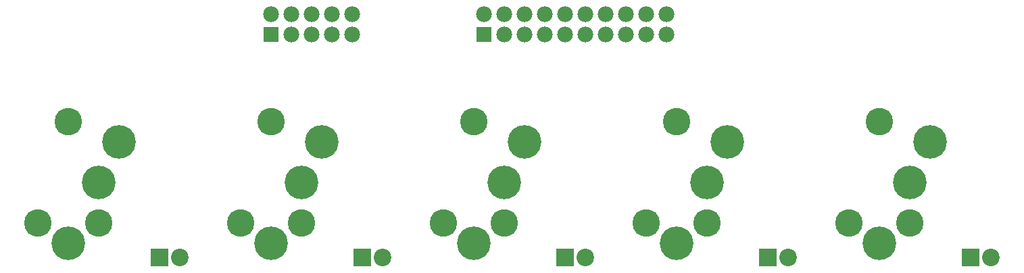
<source format=gbr>
G04 #@! TF.GenerationSoftware,KiCad,Pcbnew,(5.0.0)*
G04 #@! TF.CreationDate,2018-10-08T11:56:45-07:00*
G04 #@! TF.ProjectId,500-1126,3530302D313132362E6B696361645F70,rev?*
G04 #@! TF.SameCoordinates,Original*
G04 #@! TF.FileFunction,Soldermask,Top*
G04 #@! TF.FilePolarity,Negative*
%FSLAX46Y46*%
G04 Gerber Fmt 4.6, Leading zero omitted, Abs format (unit mm)*
G04 Created by KiCad (PCBNEW (5.0.0)) date 10/08/18 11:56:45*
%MOMM*%
%LPD*%
G01*
G04 APERTURE LIST*
%ADD10R,2.200000X2.200000*%
%ADD11C,2.200000*%
%ADD12C,4.210000*%
%ADD13C,3.448000*%
%ADD14R,1.974800X1.974800*%
%ADD15C,1.974800*%
G04 APERTURE END LIST*
D10*
G04 #@! TO.C,D1*
X143510000Y-135890000D03*
D11*
X146050000Y-135890000D03*
G04 #@! TD*
D10*
G04 #@! TO.C,D2*
X168910000Y-135890000D03*
D11*
X171450000Y-135890000D03*
G04 #@! TD*
D10*
G04 #@! TO.C,D3*
X194310000Y-135890000D03*
D11*
X196850000Y-135890000D03*
G04 #@! TD*
D10*
G04 #@! TO.C,D4*
X219710000Y-135890000D03*
D11*
X222250000Y-135890000D03*
G04 #@! TD*
D10*
G04 #@! TO.C,D5*
X245110000Y-135890000D03*
D11*
X247650000Y-135890000D03*
G04 #@! TD*
D12*
G04 #@! TO.C,J1*
X132080000Y-134061200D03*
D13*
X135890000Y-131521200D03*
D12*
X135890000Y-126441200D03*
X138430000Y-121361200D03*
D13*
X132080000Y-118821200D03*
X128270000Y-131521200D03*
G04 #@! TD*
D12*
G04 #@! TO.C,J2*
X157480000Y-134061200D03*
D13*
X161290000Y-131521200D03*
D12*
X161290000Y-126441200D03*
X163830000Y-121361200D03*
D13*
X157480000Y-118821200D03*
X153670000Y-131521200D03*
G04 #@! TD*
D12*
G04 #@! TO.C,J3*
X182880000Y-134061200D03*
D13*
X186690000Y-131521200D03*
D12*
X186690000Y-126441200D03*
X189230000Y-121361200D03*
D13*
X182880000Y-118821200D03*
X179070000Y-131521200D03*
G04 #@! TD*
D12*
G04 #@! TO.C,J4*
X208280000Y-134061200D03*
D13*
X212090000Y-131521200D03*
D12*
X212090000Y-126441200D03*
X214630000Y-121361200D03*
D13*
X208280000Y-118821200D03*
X204470000Y-131521200D03*
G04 #@! TD*
D12*
G04 #@! TO.C,J5*
X233680000Y-134061200D03*
D13*
X237490000Y-131521200D03*
D12*
X237490000Y-126441200D03*
X240030000Y-121361200D03*
D13*
X233680000Y-118821200D03*
X229870000Y-131521200D03*
G04 #@! TD*
D14*
G04 #@! TO.C,P1*
X184150000Y-107950000D03*
D15*
X184150000Y-105410000D03*
X186690000Y-107950000D03*
X186690000Y-105410000D03*
X189230000Y-107950000D03*
X189230000Y-105410000D03*
X191770000Y-107950000D03*
X191770000Y-105410000D03*
X194310000Y-107950000D03*
X194310000Y-105410000D03*
X196850000Y-107950000D03*
X196850000Y-105410000D03*
X199390000Y-107950000D03*
X199390000Y-105410000D03*
X201930000Y-107950000D03*
X201930000Y-105410000D03*
X204470000Y-107950000D03*
X204470000Y-105410000D03*
X207010000Y-107950000D03*
X207010000Y-105410000D03*
G04 #@! TD*
D14*
G04 #@! TO.C,P2*
X157480000Y-107950000D03*
D15*
X157480000Y-105410000D03*
X160020000Y-107950000D03*
X160020000Y-105410000D03*
X162560000Y-107950000D03*
X162560000Y-105410000D03*
X165100000Y-107950000D03*
X165100000Y-105410000D03*
X167640000Y-107950000D03*
X167640000Y-105410000D03*
G04 #@! TD*
M02*

</source>
